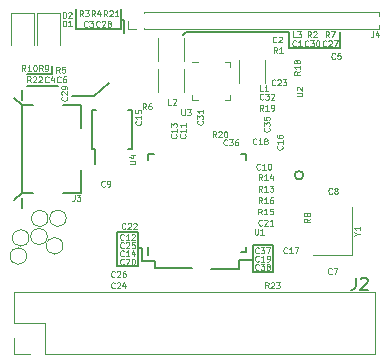
<source format=gbr>
G04 #@! TF.GenerationSoftware,KiCad,Pcbnew,5.1.5+dfsg1-2+b1*
G04 #@! TF.CreationDate,2020-05-20T20:10:31+09:00*
G04 #@! TF.ProjectId,breadbee,62726561-6462-4656-952e-6b696361645f,rev?*
G04 #@! TF.SameCoordinates,Original*
G04 #@! TF.FileFunction,Legend,Top*
G04 #@! TF.FilePolarity,Positive*
%FSLAX46Y46*%
G04 Gerber Fmt 4.6, Leading zero omitted, Abs format (unit mm)*
G04 Created by KiCad (PCBNEW 5.1.5+dfsg1-2+b1) date 2020-05-20 20:10:31*
%MOMM*%
%LPD*%
G04 APERTURE LIST*
%ADD10C,0.150000*%
%ADD11C,0.120000*%
%ADD12C,0.125000*%
G04 APERTURE END LIST*
D10*
X139638500Y-97074500D02*
X142750000Y-97074500D01*
X139638500Y-96503000D02*
X139638500Y-97074500D01*
X138559000Y-96503000D02*
X139638500Y-96503000D01*
X146750500Y-97138000D02*
X144337500Y-97138000D01*
X146750500Y-96376000D02*
X146750500Y-97138000D01*
X147830000Y-96376000D02*
X146750500Y-96376000D01*
X149608000Y-95169500D02*
X147893500Y-95169500D01*
X149608000Y-97455500D02*
X149608000Y-95169500D01*
X147893500Y-97455500D02*
X149608000Y-97455500D01*
X147893500Y-95169500D02*
X147893500Y-97455500D01*
X147957000Y-95169500D02*
X147893500Y-95169500D01*
X149544500Y-95169500D02*
X147957000Y-95169500D01*
X130939000Y-80628000D02*
X128780000Y-80628000D01*
X130939000Y-80564500D02*
X130939000Y-80628000D01*
X130939000Y-79993000D02*
X130939000Y-80564500D01*
X138559000Y-95423500D02*
X138559000Y-96503000D01*
X138178000Y-95423500D02*
X138559000Y-95423500D01*
X136400000Y-94026500D02*
X138178000Y-94026500D01*
X136400000Y-96947500D02*
X136400000Y-94026500D01*
X138178000Y-96947500D02*
X136400000Y-96947500D01*
X138178000Y-94026500D02*
X138178000Y-96947500D01*
X134495000Y-82533000D02*
X135765000Y-81390000D01*
X134114000Y-82533000D02*
X134495000Y-82533000D01*
X132590000Y-82533000D02*
X134114000Y-82533000D01*
X128780000Y-81644000D02*
X131447000Y-81644000D01*
X137035000Y-76056000D02*
X137035000Y-77199000D01*
X136781000Y-76056000D02*
X137035000Y-76056000D01*
X136781000Y-76818000D02*
X136781000Y-75167000D01*
X132971000Y-76818000D02*
X136781000Y-76818000D01*
X132971000Y-75167000D02*
X132971000Y-76818000D01*
X151005000Y-77072000D02*
X142242000Y-77072000D01*
X155323000Y-78469000D02*
X155323000Y-77072000D01*
X151005000Y-78469000D02*
X155323000Y-78469000D01*
X151005000Y-77072000D02*
X151005000Y-78469000D01*
X142242000Y-77072000D02*
X141988000Y-77326000D01*
X139040000Y-87915000D02*
X139040000Y-87440000D01*
X139040000Y-87440000D02*
X139515000Y-87440000D01*
X147340000Y-87915000D02*
X147340000Y-87440000D01*
X147340000Y-87440000D02*
X146865000Y-87440000D01*
X147340000Y-95265000D02*
X147340000Y-95740000D01*
X147340000Y-95740000D02*
X146865000Y-95740000D01*
X139040000Y-95265000D02*
X139040000Y-95965000D01*
D11*
X158270000Y-104330000D02*
X158270000Y-99130000D01*
X130270000Y-104330000D02*
X158270000Y-104330000D01*
X127670000Y-99130000D02*
X158270000Y-99130000D01*
X130270000Y-104330000D02*
X130270000Y-101730000D01*
X130270000Y-101730000D02*
X127670000Y-101730000D01*
X127670000Y-101730000D02*
X127670000Y-99130000D01*
X129000000Y-104330000D02*
X127670000Y-104330000D01*
X127670000Y-104330000D02*
X127670000Y-103000000D01*
X153030000Y-95940000D02*
X156330000Y-95940000D01*
X156330000Y-95940000D02*
X156330000Y-91940000D01*
X143240000Y-79640000D02*
X142790000Y-79640000D01*
X146010000Y-82860000D02*
X146010000Y-82410000D01*
X145560000Y-82860000D02*
X146010000Y-82860000D01*
X142790000Y-82860000D02*
X142790000Y-82410000D01*
X143240000Y-82860000D02*
X142790000Y-82860000D01*
X146010000Y-79640000D02*
X146010000Y-80090000D01*
X145560000Y-79640000D02*
X146010000Y-79640000D01*
D10*
X128350000Y-83300000D02*
X128350000Y-90700000D01*
X133350000Y-85200000D02*
X133350000Y-83300000D01*
X128350000Y-90700000D02*
X127700000Y-91300000D01*
X128350000Y-83300000D02*
X127700000Y-82700000D01*
X133350000Y-88800000D02*
X133350000Y-90700000D01*
X133350000Y-90700000D02*
X131800000Y-90700000D01*
X133350000Y-83300000D02*
X131800000Y-83300000D01*
X128350000Y-90700000D02*
X129250000Y-90700000D01*
X128350000Y-83300000D02*
X129250000Y-83300000D01*
X128350000Y-91150000D02*
X128350000Y-92000000D01*
X128350000Y-82850000D02*
X128350000Y-82000000D01*
X152169210Y-89225000D02*
G75*
G03X152169210Y-89225000I-359210J0D01*
G01*
D11*
X158550000Y-76835000D02*
X158550000Y-76534493D01*
X158550000Y-75745507D02*
X158550000Y-75445000D01*
X138675000Y-76835000D02*
X158550000Y-76835000D01*
X138675000Y-75445000D02*
X158550000Y-75445000D01*
X138675000Y-76835000D02*
X138675000Y-76748276D01*
X138675000Y-75531724D02*
X138675000Y-75445000D01*
X137990000Y-76835000D02*
X137305000Y-76835000D01*
X137305000Y-76835000D02*
X137305000Y-76140000D01*
X132100000Y-92870000D02*
G75*
G03X132100000Y-92870000I-700000J0D01*
G01*
X128740000Y-96070000D02*
G75*
G03X128740000Y-96070000I-700000J0D01*
G01*
X130560000Y-92880000D02*
G75*
G03X130560000Y-92880000I-700000J0D01*
G01*
X131820000Y-95200000D02*
G75*
G03X131820000Y-95200000I-700000J0D01*
G01*
X130500000Y-94420000D02*
G75*
G03X130500000Y-94420000I-700000J0D01*
G01*
X128950000Y-94530000D02*
G75*
G03X128950000Y-94530000I-700000J0D01*
G01*
X129640000Y-75515000D02*
X129640000Y-78200000D01*
X131560000Y-75515000D02*
X129640000Y-75515000D01*
X131560000Y-78200000D02*
X131560000Y-75515000D01*
X129360000Y-78200000D02*
X129360000Y-75515000D01*
X129360000Y-75515000D02*
X127440000Y-75515000D01*
X127440000Y-75515000D02*
X127440000Y-78200000D01*
X148890000Y-79450000D02*
X148890000Y-81450000D01*
X146690000Y-79450000D02*
X146690000Y-81450000D01*
X142100000Y-82200000D02*
X142100000Y-80200000D01*
X139900000Y-82200000D02*
X139900000Y-80200000D01*
X142090000Y-77590000D02*
X142090000Y-79590000D01*
X139890000Y-77590000D02*
X139890000Y-79590000D01*
D10*
X134285000Y-87025000D02*
X134510000Y-87025000D01*
X134285000Y-83675000D02*
X134585000Y-83675000D01*
X137635000Y-83675000D02*
X137335000Y-83675000D01*
X137635000Y-87025000D02*
X137335000Y-87025000D01*
X134285000Y-87025000D02*
X134285000Y-83675000D01*
X137635000Y-87025000D02*
X137635000Y-83675000D01*
X134510000Y-87025000D02*
X134510000Y-88250000D01*
D12*
X148049047Y-93752690D02*
X148049047Y-94157452D01*
X148072857Y-94205071D01*
X148096666Y-94228880D01*
X148144285Y-94252690D01*
X148239523Y-94252690D01*
X148287142Y-94228880D01*
X148310952Y-94205071D01*
X148334761Y-94157452D01*
X148334761Y-93752690D01*
X148834761Y-94252690D02*
X148549047Y-94252690D01*
X148691904Y-94252690D02*
X148691904Y-93752690D01*
X148644285Y-93824119D01*
X148596666Y-93871738D01*
X148549047Y-93895547D01*
D10*
X156616666Y-97902380D02*
X156616666Y-98616666D01*
X156569047Y-98759523D01*
X156473809Y-98854761D01*
X156330952Y-98902380D01*
X156235714Y-98902380D01*
X157045238Y-97997619D02*
X157092857Y-97950000D01*
X157188095Y-97902380D01*
X157426190Y-97902380D01*
X157521428Y-97950000D01*
X157569047Y-97997619D01*
X157616666Y-98092857D01*
X157616666Y-98188095D01*
X157569047Y-98330952D01*
X156997619Y-98902380D01*
X157616666Y-98902380D01*
D12*
X156738095Y-94178095D02*
X156976190Y-94178095D01*
X156476190Y-94344761D02*
X156738095Y-94178095D01*
X156476190Y-94011428D01*
X156976190Y-93582857D02*
X156976190Y-93868571D01*
X156976190Y-93725714D02*
X156476190Y-93725714D01*
X156547619Y-93773333D01*
X156595238Y-93820952D01*
X156619047Y-93868571D01*
X148397571Y-97189571D02*
X148373761Y-97213380D01*
X148302333Y-97237190D01*
X148254714Y-97237190D01*
X148183285Y-97213380D01*
X148135666Y-97165761D01*
X148111857Y-97118142D01*
X148088047Y-97022904D01*
X148088047Y-96951476D01*
X148111857Y-96856238D01*
X148135666Y-96808619D01*
X148183285Y-96761000D01*
X148254714Y-96737190D01*
X148302333Y-96737190D01*
X148373761Y-96761000D01*
X148397571Y-96784809D01*
X148564238Y-96737190D02*
X148873761Y-96737190D01*
X148707095Y-96927666D01*
X148778523Y-96927666D01*
X148826142Y-96951476D01*
X148849952Y-96975285D01*
X148873761Y-97022904D01*
X148873761Y-97141952D01*
X148849952Y-97189571D01*
X148826142Y-97213380D01*
X148778523Y-97237190D01*
X148635666Y-97237190D01*
X148588047Y-97213380D01*
X148564238Y-97189571D01*
X149159476Y-96951476D02*
X149111857Y-96927666D01*
X149088047Y-96903857D01*
X149064238Y-96856238D01*
X149064238Y-96832428D01*
X149088047Y-96784809D01*
X149111857Y-96761000D01*
X149159476Y-96737190D01*
X149254714Y-96737190D01*
X149302333Y-96761000D01*
X149326142Y-96784809D01*
X149349952Y-96832428D01*
X149349952Y-96856238D01*
X149326142Y-96903857D01*
X149302333Y-96927666D01*
X149254714Y-96951476D01*
X149159476Y-96951476D01*
X149111857Y-96975285D01*
X149088047Y-96999095D01*
X149064238Y-97046714D01*
X149064238Y-97141952D01*
X149088047Y-97189571D01*
X149111857Y-97213380D01*
X149159476Y-97237190D01*
X149254714Y-97237190D01*
X149302333Y-97213380D01*
X149326142Y-97189571D01*
X149349952Y-97141952D01*
X149349952Y-97046714D01*
X149326142Y-96999095D01*
X149302333Y-96975285D01*
X149254714Y-96951476D01*
X149228571Y-98796190D02*
X149061904Y-98558095D01*
X148942857Y-98796190D02*
X148942857Y-98296190D01*
X149133333Y-98296190D01*
X149180952Y-98320000D01*
X149204761Y-98343809D01*
X149228571Y-98391428D01*
X149228571Y-98462857D01*
X149204761Y-98510476D01*
X149180952Y-98534285D01*
X149133333Y-98558095D01*
X148942857Y-98558095D01*
X149419047Y-98343809D02*
X149442857Y-98320000D01*
X149490476Y-98296190D01*
X149609523Y-98296190D01*
X149657142Y-98320000D01*
X149680952Y-98343809D01*
X149704761Y-98391428D01*
X149704761Y-98439047D01*
X149680952Y-98510476D01*
X149395238Y-98796190D01*
X149704761Y-98796190D01*
X149871428Y-98296190D02*
X150180952Y-98296190D01*
X150014285Y-98486666D01*
X150085714Y-98486666D01*
X150133333Y-98510476D01*
X150157142Y-98534285D01*
X150180952Y-98581904D01*
X150180952Y-98700952D01*
X150157142Y-98748571D01*
X150133333Y-98772380D01*
X150085714Y-98796190D01*
X149942857Y-98796190D01*
X149895238Y-98772380D01*
X149871428Y-98748571D01*
X148397571Y-95792571D02*
X148373761Y-95816380D01*
X148302333Y-95840190D01*
X148254714Y-95840190D01*
X148183285Y-95816380D01*
X148135666Y-95768761D01*
X148111857Y-95721142D01*
X148088047Y-95625904D01*
X148088047Y-95554476D01*
X148111857Y-95459238D01*
X148135666Y-95411619D01*
X148183285Y-95364000D01*
X148254714Y-95340190D01*
X148302333Y-95340190D01*
X148373761Y-95364000D01*
X148397571Y-95387809D01*
X148564238Y-95340190D02*
X148873761Y-95340190D01*
X148707095Y-95530666D01*
X148778523Y-95530666D01*
X148826142Y-95554476D01*
X148849952Y-95578285D01*
X148873761Y-95625904D01*
X148873761Y-95744952D01*
X148849952Y-95792571D01*
X148826142Y-95816380D01*
X148778523Y-95840190D01*
X148635666Y-95840190D01*
X148588047Y-95816380D01*
X148564238Y-95792571D01*
X149040428Y-95340190D02*
X149373761Y-95340190D01*
X149159476Y-95840190D01*
X141861047Y-83656190D02*
X141861047Y-84060952D01*
X141884857Y-84108571D01*
X141908666Y-84132380D01*
X141956285Y-84156190D01*
X142051523Y-84156190D01*
X142099142Y-84132380D01*
X142122952Y-84108571D01*
X142146761Y-84060952D01*
X142146761Y-83656190D01*
X142337238Y-83656190D02*
X142646761Y-83656190D01*
X142480095Y-83846666D01*
X142551523Y-83846666D01*
X142599142Y-83870476D01*
X142622952Y-83894285D01*
X142646761Y-83941904D01*
X142646761Y-84060952D01*
X142622952Y-84108571D01*
X142599142Y-84132380D01*
X142551523Y-84156190D01*
X142408666Y-84156190D01*
X142361047Y-84132380D01*
X142337238Y-84108571D01*
X129093571Y-81362190D02*
X128926904Y-81124095D01*
X128807857Y-81362190D02*
X128807857Y-80862190D01*
X128998333Y-80862190D01*
X129045952Y-80886000D01*
X129069761Y-80909809D01*
X129093571Y-80957428D01*
X129093571Y-81028857D01*
X129069761Y-81076476D01*
X129045952Y-81100285D01*
X128998333Y-81124095D01*
X128807857Y-81124095D01*
X129284047Y-80909809D02*
X129307857Y-80886000D01*
X129355476Y-80862190D01*
X129474523Y-80862190D01*
X129522142Y-80886000D01*
X129545952Y-80909809D01*
X129569761Y-80957428D01*
X129569761Y-81005047D01*
X129545952Y-81076476D01*
X129260238Y-81362190D01*
X129569761Y-81362190D01*
X129760238Y-80909809D02*
X129784047Y-80886000D01*
X129831666Y-80862190D01*
X129950714Y-80862190D01*
X129998333Y-80886000D01*
X130022142Y-80909809D01*
X130045952Y-80957428D01*
X130045952Y-81005047D01*
X130022142Y-81076476D01*
X129736428Y-81362190D01*
X130045952Y-81362190D01*
X135570571Y-75774190D02*
X135403904Y-75536095D01*
X135284857Y-75774190D02*
X135284857Y-75274190D01*
X135475333Y-75274190D01*
X135522952Y-75298000D01*
X135546761Y-75321809D01*
X135570571Y-75369428D01*
X135570571Y-75440857D01*
X135546761Y-75488476D01*
X135522952Y-75512285D01*
X135475333Y-75536095D01*
X135284857Y-75536095D01*
X135761047Y-75321809D02*
X135784857Y-75298000D01*
X135832476Y-75274190D01*
X135951523Y-75274190D01*
X135999142Y-75298000D01*
X136022952Y-75321809D01*
X136046761Y-75369428D01*
X136046761Y-75417047D01*
X136022952Y-75488476D01*
X135737238Y-75774190D01*
X136046761Y-75774190D01*
X136522952Y-75774190D02*
X136237238Y-75774190D01*
X136380095Y-75774190D02*
X136380095Y-75274190D01*
X136332476Y-75345619D01*
X136284857Y-75393238D01*
X136237238Y-75417047D01*
X144788571Y-86006190D02*
X144621904Y-85768095D01*
X144502857Y-86006190D02*
X144502857Y-85506190D01*
X144693333Y-85506190D01*
X144740952Y-85530000D01*
X144764761Y-85553809D01*
X144788571Y-85601428D01*
X144788571Y-85672857D01*
X144764761Y-85720476D01*
X144740952Y-85744285D01*
X144693333Y-85768095D01*
X144502857Y-85768095D01*
X144979047Y-85553809D02*
X145002857Y-85530000D01*
X145050476Y-85506190D01*
X145169523Y-85506190D01*
X145217142Y-85530000D01*
X145240952Y-85553809D01*
X145264761Y-85601428D01*
X145264761Y-85649047D01*
X145240952Y-85720476D01*
X144955238Y-86006190D01*
X145264761Y-86006190D01*
X145574285Y-85506190D02*
X145621904Y-85506190D01*
X145669523Y-85530000D01*
X145693333Y-85553809D01*
X145717142Y-85601428D01*
X145740952Y-85696666D01*
X145740952Y-85815714D01*
X145717142Y-85910952D01*
X145693333Y-85958571D01*
X145669523Y-85982380D01*
X145621904Y-86006190D01*
X145574285Y-86006190D01*
X145526666Y-85982380D01*
X145502857Y-85958571D01*
X145479047Y-85910952D01*
X145455238Y-85815714D01*
X145455238Y-85696666D01*
X145479047Y-85601428D01*
X145502857Y-85553809D01*
X145526666Y-85530000D01*
X145574285Y-85506190D01*
X148778571Y-83756190D02*
X148611904Y-83518095D01*
X148492857Y-83756190D02*
X148492857Y-83256190D01*
X148683333Y-83256190D01*
X148730952Y-83280000D01*
X148754761Y-83303809D01*
X148778571Y-83351428D01*
X148778571Y-83422857D01*
X148754761Y-83470476D01*
X148730952Y-83494285D01*
X148683333Y-83518095D01*
X148492857Y-83518095D01*
X149254761Y-83756190D02*
X148969047Y-83756190D01*
X149111904Y-83756190D02*
X149111904Y-83256190D01*
X149064285Y-83327619D01*
X149016666Y-83375238D01*
X148969047Y-83399047D01*
X149492857Y-83756190D02*
X149588095Y-83756190D01*
X149635714Y-83732380D01*
X149659523Y-83708571D01*
X149707142Y-83637142D01*
X149730952Y-83541904D01*
X149730952Y-83351428D01*
X149707142Y-83303809D01*
X149683333Y-83280000D01*
X149635714Y-83256190D01*
X149540476Y-83256190D01*
X149492857Y-83280000D01*
X149469047Y-83303809D01*
X149445238Y-83351428D01*
X149445238Y-83470476D01*
X149469047Y-83518095D01*
X149492857Y-83541904D01*
X149540476Y-83565714D01*
X149635714Y-83565714D01*
X149683333Y-83541904D01*
X149707142Y-83518095D01*
X149730952Y-83470476D01*
X151886190Y-80421428D02*
X151648095Y-80588095D01*
X151886190Y-80707142D02*
X151386190Y-80707142D01*
X151386190Y-80516666D01*
X151410000Y-80469047D01*
X151433809Y-80445238D01*
X151481428Y-80421428D01*
X151552857Y-80421428D01*
X151600476Y-80445238D01*
X151624285Y-80469047D01*
X151648095Y-80516666D01*
X151648095Y-80707142D01*
X151886190Y-79945238D02*
X151886190Y-80230952D01*
X151886190Y-80088095D02*
X151386190Y-80088095D01*
X151457619Y-80135714D01*
X151505238Y-80183333D01*
X151529047Y-80230952D01*
X151600476Y-79659523D02*
X151576666Y-79707142D01*
X151552857Y-79730952D01*
X151505238Y-79754761D01*
X151481428Y-79754761D01*
X151433809Y-79730952D01*
X151410000Y-79707142D01*
X151386190Y-79659523D01*
X151386190Y-79564285D01*
X151410000Y-79516666D01*
X151433809Y-79492857D01*
X151481428Y-79469047D01*
X151505238Y-79469047D01*
X151552857Y-79492857D01*
X151576666Y-79516666D01*
X151600476Y-79564285D01*
X151600476Y-79659523D01*
X151624285Y-79707142D01*
X151648095Y-79730952D01*
X151695714Y-79754761D01*
X151790952Y-79754761D01*
X151838571Y-79730952D01*
X151862380Y-79707142D01*
X151886190Y-79659523D01*
X151886190Y-79564285D01*
X151862380Y-79516666D01*
X151838571Y-79492857D01*
X151790952Y-79469047D01*
X151695714Y-79469047D01*
X151648095Y-79492857D01*
X151624285Y-79516666D01*
X151600476Y-79564285D01*
D10*
D12*
X145718571Y-86638571D02*
X145694761Y-86662380D01*
X145623333Y-86686190D01*
X145575714Y-86686190D01*
X145504285Y-86662380D01*
X145456666Y-86614761D01*
X145432857Y-86567142D01*
X145409047Y-86471904D01*
X145409047Y-86400476D01*
X145432857Y-86305238D01*
X145456666Y-86257619D01*
X145504285Y-86210000D01*
X145575714Y-86186190D01*
X145623333Y-86186190D01*
X145694761Y-86210000D01*
X145718571Y-86233809D01*
X145885238Y-86186190D02*
X146194761Y-86186190D01*
X146028095Y-86376666D01*
X146099523Y-86376666D01*
X146147142Y-86400476D01*
X146170952Y-86424285D01*
X146194761Y-86471904D01*
X146194761Y-86590952D01*
X146170952Y-86638571D01*
X146147142Y-86662380D01*
X146099523Y-86686190D01*
X145956666Y-86686190D01*
X145909047Y-86662380D01*
X145885238Y-86638571D01*
X146623333Y-86186190D02*
X146528095Y-86186190D01*
X146480476Y-86210000D01*
X146456666Y-86233809D01*
X146409047Y-86305238D01*
X146385238Y-86400476D01*
X146385238Y-86590952D01*
X146409047Y-86638571D01*
X146432857Y-86662380D01*
X146480476Y-86686190D01*
X146575714Y-86686190D01*
X146623333Y-86662380D01*
X146647142Y-86638571D01*
X146670952Y-86590952D01*
X146670952Y-86471904D01*
X146647142Y-86424285D01*
X146623333Y-86400476D01*
X146575714Y-86376666D01*
X146480476Y-86376666D01*
X146432857Y-86400476D01*
X146409047Y-86424285D01*
X146385238Y-86471904D01*
X149288571Y-85231428D02*
X149312380Y-85255238D01*
X149336190Y-85326666D01*
X149336190Y-85374285D01*
X149312380Y-85445714D01*
X149264761Y-85493333D01*
X149217142Y-85517142D01*
X149121904Y-85540952D01*
X149050476Y-85540952D01*
X148955238Y-85517142D01*
X148907619Y-85493333D01*
X148860000Y-85445714D01*
X148836190Y-85374285D01*
X148836190Y-85326666D01*
X148860000Y-85255238D01*
X148883809Y-85231428D01*
X148836190Y-85064761D02*
X148836190Y-84755238D01*
X149026666Y-84921904D01*
X149026666Y-84850476D01*
X149050476Y-84802857D01*
X149074285Y-84779047D01*
X149121904Y-84755238D01*
X149240952Y-84755238D01*
X149288571Y-84779047D01*
X149312380Y-84802857D01*
X149336190Y-84850476D01*
X149336190Y-84993333D01*
X149312380Y-85040952D01*
X149288571Y-85064761D01*
X148836190Y-84302857D02*
X148836190Y-84540952D01*
X149074285Y-84564761D01*
X149050476Y-84540952D01*
X149026666Y-84493333D01*
X149026666Y-84374285D01*
X149050476Y-84326666D01*
X149074285Y-84302857D01*
X149121904Y-84279047D01*
X149240952Y-84279047D01*
X149288571Y-84302857D01*
X149312380Y-84326666D01*
X149336190Y-84374285D01*
X149336190Y-84493333D01*
X149312380Y-84540952D01*
X149288571Y-84564761D01*
X148683571Y-90603840D02*
X148516904Y-90365745D01*
X148397857Y-90603840D02*
X148397857Y-90103840D01*
X148588333Y-90103840D01*
X148635952Y-90127650D01*
X148659761Y-90151459D01*
X148683571Y-90199078D01*
X148683571Y-90270507D01*
X148659761Y-90318126D01*
X148635952Y-90341935D01*
X148588333Y-90365745D01*
X148397857Y-90365745D01*
X149159761Y-90603840D02*
X148874047Y-90603840D01*
X149016904Y-90603840D02*
X149016904Y-90103840D01*
X148969285Y-90175269D01*
X148921666Y-90222888D01*
X148874047Y-90246697D01*
X149326428Y-90103840D02*
X149635952Y-90103840D01*
X149469285Y-90294316D01*
X149540714Y-90294316D01*
X149588333Y-90318126D01*
X149612142Y-90341935D01*
X149635952Y-90389554D01*
X149635952Y-90508602D01*
X149612142Y-90556221D01*
X149588333Y-90580030D01*
X149540714Y-90603840D01*
X149397857Y-90603840D01*
X149350238Y-90580030D01*
X149326428Y-90556221D01*
X148668571Y-89626190D02*
X148501904Y-89388095D01*
X148382857Y-89626190D02*
X148382857Y-89126190D01*
X148573333Y-89126190D01*
X148620952Y-89150000D01*
X148644761Y-89173809D01*
X148668571Y-89221428D01*
X148668571Y-89292857D01*
X148644761Y-89340476D01*
X148620952Y-89364285D01*
X148573333Y-89388095D01*
X148382857Y-89388095D01*
X149144761Y-89626190D02*
X148859047Y-89626190D01*
X149001904Y-89626190D02*
X149001904Y-89126190D01*
X148954285Y-89197619D01*
X148906666Y-89245238D01*
X148859047Y-89269047D01*
X149573333Y-89292857D02*
X149573333Y-89626190D01*
X149454285Y-89102380D02*
X149335238Y-89459523D01*
X149644761Y-89459523D01*
X148658571Y-92546190D02*
X148491904Y-92308095D01*
X148372857Y-92546190D02*
X148372857Y-92046190D01*
X148563333Y-92046190D01*
X148610952Y-92070000D01*
X148634761Y-92093809D01*
X148658571Y-92141428D01*
X148658571Y-92212857D01*
X148634761Y-92260476D01*
X148610952Y-92284285D01*
X148563333Y-92308095D01*
X148372857Y-92308095D01*
X149134761Y-92546190D02*
X148849047Y-92546190D01*
X148991904Y-92546190D02*
X148991904Y-92046190D01*
X148944285Y-92117619D01*
X148896666Y-92165238D01*
X148849047Y-92189047D01*
X149587142Y-92046190D02*
X149349047Y-92046190D01*
X149325238Y-92284285D01*
X149349047Y-92260476D01*
X149396666Y-92236666D01*
X149515714Y-92236666D01*
X149563333Y-92260476D01*
X149587142Y-92284285D01*
X149610952Y-92331904D01*
X149610952Y-92450952D01*
X149587142Y-92498571D01*
X149563333Y-92522380D01*
X149515714Y-92546190D01*
X149396666Y-92546190D01*
X149349047Y-92522380D01*
X149325238Y-92498571D01*
X148668571Y-91596190D02*
X148501904Y-91358095D01*
X148382857Y-91596190D02*
X148382857Y-91096190D01*
X148573333Y-91096190D01*
X148620952Y-91120000D01*
X148644761Y-91143809D01*
X148668571Y-91191428D01*
X148668571Y-91262857D01*
X148644761Y-91310476D01*
X148620952Y-91334285D01*
X148573333Y-91358095D01*
X148382857Y-91358095D01*
X149144761Y-91596190D02*
X148859047Y-91596190D01*
X149001904Y-91596190D02*
X149001904Y-91096190D01*
X148954285Y-91167619D01*
X148906666Y-91215238D01*
X148859047Y-91239047D01*
X149573333Y-91096190D02*
X149478095Y-91096190D01*
X149430476Y-91120000D01*
X149406666Y-91143809D01*
X149359047Y-91215238D01*
X149335238Y-91310476D01*
X149335238Y-91500952D01*
X149359047Y-91548571D01*
X149382857Y-91572380D01*
X149430476Y-91596190D01*
X149525714Y-91596190D01*
X149573333Y-91572380D01*
X149597142Y-91548571D01*
X149620952Y-91500952D01*
X149620952Y-91381904D01*
X149597142Y-91334285D01*
X149573333Y-91310476D01*
X149525714Y-91286666D01*
X149430476Y-91286666D01*
X149382857Y-91310476D01*
X149359047Y-91334285D01*
X149335238Y-91381904D01*
X148778571Y-82768571D02*
X148754761Y-82792380D01*
X148683333Y-82816190D01*
X148635714Y-82816190D01*
X148564285Y-82792380D01*
X148516666Y-82744761D01*
X148492857Y-82697142D01*
X148469047Y-82601904D01*
X148469047Y-82530476D01*
X148492857Y-82435238D01*
X148516666Y-82387619D01*
X148564285Y-82340000D01*
X148635714Y-82316190D01*
X148683333Y-82316190D01*
X148754761Y-82340000D01*
X148778571Y-82363809D01*
X148945238Y-82316190D02*
X149254761Y-82316190D01*
X149088095Y-82506666D01*
X149159523Y-82506666D01*
X149207142Y-82530476D01*
X149230952Y-82554285D01*
X149254761Y-82601904D01*
X149254761Y-82720952D01*
X149230952Y-82768571D01*
X149207142Y-82792380D01*
X149159523Y-82816190D01*
X149016666Y-82816190D01*
X148969047Y-82792380D01*
X148945238Y-82768571D01*
X149445238Y-82363809D02*
X149469047Y-82340000D01*
X149516666Y-82316190D01*
X149635714Y-82316190D01*
X149683333Y-82340000D01*
X149707142Y-82363809D01*
X149730952Y-82411428D01*
X149730952Y-82459047D01*
X149707142Y-82530476D01*
X149421428Y-82816190D01*
X149730952Y-82816190D01*
X143638571Y-84621428D02*
X143662380Y-84645238D01*
X143686190Y-84716666D01*
X143686190Y-84764285D01*
X143662380Y-84835714D01*
X143614761Y-84883333D01*
X143567142Y-84907142D01*
X143471904Y-84930952D01*
X143400476Y-84930952D01*
X143305238Y-84907142D01*
X143257619Y-84883333D01*
X143210000Y-84835714D01*
X143186190Y-84764285D01*
X143186190Y-84716666D01*
X143210000Y-84645238D01*
X143233809Y-84621428D01*
X143186190Y-84454761D02*
X143186190Y-84145238D01*
X143376666Y-84311904D01*
X143376666Y-84240476D01*
X143400476Y-84192857D01*
X143424285Y-84169047D01*
X143471904Y-84145238D01*
X143590952Y-84145238D01*
X143638571Y-84169047D01*
X143662380Y-84192857D01*
X143686190Y-84240476D01*
X143686190Y-84383333D01*
X143662380Y-84430952D01*
X143638571Y-84454761D01*
X143686190Y-83669047D02*
X143686190Y-83954761D01*
X143686190Y-83811904D02*
X143186190Y-83811904D01*
X143257619Y-83859523D01*
X143305238Y-83907142D01*
X143329047Y-83954761D01*
X149794571Y-81568571D02*
X149770761Y-81592380D01*
X149699333Y-81616190D01*
X149651714Y-81616190D01*
X149580285Y-81592380D01*
X149532666Y-81544761D01*
X149508857Y-81497142D01*
X149485047Y-81401904D01*
X149485047Y-81330476D01*
X149508857Y-81235238D01*
X149532666Y-81187619D01*
X149580285Y-81140000D01*
X149651714Y-81116190D01*
X149699333Y-81116190D01*
X149770761Y-81140000D01*
X149794571Y-81163809D01*
X149985047Y-81163809D02*
X150008857Y-81140000D01*
X150056476Y-81116190D01*
X150175523Y-81116190D01*
X150223142Y-81140000D01*
X150246952Y-81163809D01*
X150270761Y-81211428D01*
X150270761Y-81259047D01*
X150246952Y-81330476D01*
X149961238Y-81616190D01*
X150270761Y-81616190D01*
X150437428Y-81116190D02*
X150746952Y-81116190D01*
X150580285Y-81306666D01*
X150651714Y-81306666D01*
X150699333Y-81330476D01*
X150723142Y-81354285D01*
X150746952Y-81401904D01*
X150746952Y-81520952D01*
X150723142Y-81568571D01*
X150699333Y-81592380D01*
X150651714Y-81616190D01*
X150508857Y-81616190D01*
X150461238Y-81592380D01*
X150437428Y-81568571D01*
X154112571Y-78266571D02*
X154088761Y-78290380D01*
X154017333Y-78314190D01*
X153969714Y-78314190D01*
X153898285Y-78290380D01*
X153850666Y-78242761D01*
X153826857Y-78195142D01*
X153803047Y-78099904D01*
X153803047Y-78028476D01*
X153826857Y-77933238D01*
X153850666Y-77885619D01*
X153898285Y-77838000D01*
X153969714Y-77814190D01*
X154017333Y-77814190D01*
X154088761Y-77838000D01*
X154112571Y-77861809D01*
X154303047Y-77861809D02*
X154326857Y-77838000D01*
X154374476Y-77814190D01*
X154493523Y-77814190D01*
X154541142Y-77838000D01*
X154564952Y-77861809D01*
X154588761Y-77909428D01*
X154588761Y-77957047D01*
X154564952Y-78028476D01*
X154279238Y-78314190D01*
X154588761Y-78314190D01*
X154755428Y-77814190D02*
X155088761Y-77814190D01*
X154874476Y-78314190D01*
X134935571Y-76615571D02*
X134911761Y-76639380D01*
X134840333Y-76663190D01*
X134792714Y-76663190D01*
X134721285Y-76639380D01*
X134673666Y-76591761D01*
X134649857Y-76544142D01*
X134626047Y-76448904D01*
X134626047Y-76377476D01*
X134649857Y-76282238D01*
X134673666Y-76234619D01*
X134721285Y-76187000D01*
X134792714Y-76163190D01*
X134840333Y-76163190D01*
X134911761Y-76187000D01*
X134935571Y-76210809D01*
X135126047Y-76210809D02*
X135149857Y-76187000D01*
X135197476Y-76163190D01*
X135316523Y-76163190D01*
X135364142Y-76187000D01*
X135387952Y-76210809D01*
X135411761Y-76258428D01*
X135411761Y-76306047D01*
X135387952Y-76377476D01*
X135102238Y-76663190D01*
X135411761Y-76663190D01*
X135697476Y-76377476D02*
X135649857Y-76353666D01*
X135626047Y-76329857D01*
X135602238Y-76282238D01*
X135602238Y-76258428D01*
X135626047Y-76210809D01*
X135649857Y-76187000D01*
X135697476Y-76163190D01*
X135792714Y-76163190D01*
X135840333Y-76187000D01*
X135864142Y-76210809D01*
X135887952Y-76258428D01*
X135887952Y-76282238D01*
X135864142Y-76329857D01*
X135840333Y-76353666D01*
X135792714Y-76377476D01*
X135697476Y-76377476D01*
X135649857Y-76401285D01*
X135626047Y-76425095D01*
X135602238Y-76472714D01*
X135602238Y-76567952D01*
X135626047Y-76615571D01*
X135649857Y-76639380D01*
X135697476Y-76663190D01*
X135792714Y-76663190D01*
X135840333Y-76639380D01*
X135864142Y-76615571D01*
X135887952Y-76567952D01*
X135887952Y-76472714D01*
X135864142Y-76425095D01*
X135840333Y-76401285D01*
X135792714Y-76377476D01*
X132133571Y-82600428D02*
X132157380Y-82624238D01*
X132181190Y-82695666D01*
X132181190Y-82743285D01*
X132157380Y-82814714D01*
X132109761Y-82862333D01*
X132062142Y-82886142D01*
X131966904Y-82909952D01*
X131895476Y-82909952D01*
X131800238Y-82886142D01*
X131752619Y-82862333D01*
X131705000Y-82814714D01*
X131681190Y-82743285D01*
X131681190Y-82695666D01*
X131705000Y-82624238D01*
X131728809Y-82600428D01*
X131728809Y-82409952D02*
X131705000Y-82386142D01*
X131681190Y-82338523D01*
X131681190Y-82219476D01*
X131705000Y-82171857D01*
X131728809Y-82148047D01*
X131776428Y-82124238D01*
X131824047Y-82124238D01*
X131895476Y-82148047D01*
X132181190Y-82433761D01*
X132181190Y-82124238D01*
X132181190Y-81886142D02*
X132181190Y-81790904D01*
X132157380Y-81743285D01*
X132133571Y-81719476D01*
X132062142Y-81671857D01*
X131966904Y-81648047D01*
X131776428Y-81648047D01*
X131728809Y-81671857D01*
X131705000Y-81695666D01*
X131681190Y-81743285D01*
X131681190Y-81838523D01*
X131705000Y-81886142D01*
X131728809Y-81909952D01*
X131776428Y-81933761D01*
X131895476Y-81933761D01*
X131943095Y-81909952D01*
X131966904Y-81886142D01*
X131990714Y-81838523D01*
X131990714Y-81743285D01*
X131966904Y-81695666D01*
X131943095Y-81671857D01*
X131895476Y-81648047D01*
X152588571Y-78266571D02*
X152564761Y-78290380D01*
X152493333Y-78314190D01*
X152445714Y-78314190D01*
X152374285Y-78290380D01*
X152326666Y-78242761D01*
X152302857Y-78195142D01*
X152279047Y-78099904D01*
X152279047Y-78028476D01*
X152302857Y-77933238D01*
X152326666Y-77885619D01*
X152374285Y-77838000D01*
X152445714Y-77814190D01*
X152493333Y-77814190D01*
X152564761Y-77838000D01*
X152588571Y-77861809D01*
X152755238Y-77814190D02*
X153064761Y-77814190D01*
X152898095Y-78004666D01*
X152969523Y-78004666D01*
X153017142Y-78028476D01*
X153040952Y-78052285D01*
X153064761Y-78099904D01*
X153064761Y-78218952D01*
X153040952Y-78266571D01*
X153017142Y-78290380D01*
X152969523Y-78314190D01*
X152826666Y-78314190D01*
X152779047Y-78290380D01*
X152755238Y-78266571D01*
X153374285Y-77814190D02*
X153421904Y-77814190D01*
X153469523Y-77838000D01*
X153493333Y-77861809D01*
X153517142Y-77909428D01*
X153540952Y-78004666D01*
X153540952Y-78123714D01*
X153517142Y-78218952D01*
X153493333Y-78266571D01*
X153469523Y-78290380D01*
X153421904Y-78314190D01*
X153374285Y-78314190D01*
X153326666Y-78290380D01*
X153302857Y-78266571D01*
X153279047Y-78218952D01*
X153255238Y-78123714D01*
X153255238Y-78004666D01*
X153279047Y-77909428D01*
X153302857Y-77861809D01*
X153326666Y-77838000D01*
X153374285Y-77814190D01*
X142166571Y-85775428D02*
X142190380Y-85799238D01*
X142214190Y-85870666D01*
X142214190Y-85918285D01*
X142190380Y-85989714D01*
X142142761Y-86037333D01*
X142095142Y-86061142D01*
X141999904Y-86084952D01*
X141928476Y-86084952D01*
X141833238Y-86061142D01*
X141785619Y-86037333D01*
X141738000Y-85989714D01*
X141714190Y-85918285D01*
X141714190Y-85870666D01*
X141738000Y-85799238D01*
X141761809Y-85775428D01*
X142214190Y-85299238D02*
X142214190Y-85584952D01*
X142214190Y-85442095D02*
X141714190Y-85442095D01*
X141785619Y-85489714D01*
X141833238Y-85537333D01*
X141857047Y-85584952D01*
X142214190Y-84823047D02*
X142214190Y-85108761D01*
X142214190Y-84965904D02*
X141714190Y-84965904D01*
X141785619Y-85013523D01*
X141833238Y-85061142D01*
X141857047Y-85108761D01*
X132804333Y-90895190D02*
X132804333Y-91252333D01*
X132780523Y-91323761D01*
X132732904Y-91371380D01*
X132661476Y-91395190D01*
X132613857Y-91395190D01*
X132994809Y-90895190D02*
X133304333Y-90895190D01*
X133137666Y-91085666D01*
X133209095Y-91085666D01*
X133256714Y-91109476D01*
X133280523Y-91133285D01*
X133304333Y-91180904D01*
X133304333Y-91299952D01*
X133280523Y-91347571D01*
X133256714Y-91371380D01*
X133209095Y-91395190D01*
X133066238Y-91395190D01*
X133018619Y-91371380D01*
X132994809Y-91347571D01*
X151606190Y-82532952D02*
X152010952Y-82532952D01*
X152058571Y-82509142D01*
X152082380Y-82485333D01*
X152106190Y-82437714D01*
X152106190Y-82342476D01*
X152082380Y-82294857D01*
X152058571Y-82271047D01*
X152010952Y-82247238D01*
X151606190Y-82247238D01*
X151653809Y-82032952D02*
X151630000Y-82009142D01*
X151606190Y-81961523D01*
X151606190Y-81842476D01*
X151630000Y-81794857D01*
X151653809Y-81771047D01*
X151701428Y-81747238D01*
X151749047Y-81747238D01*
X151820476Y-81771047D01*
X152106190Y-82056761D01*
X152106190Y-81747238D01*
X158077333Y-77052190D02*
X158077333Y-77409333D01*
X158053523Y-77480761D01*
X158005904Y-77528380D01*
X157934476Y-77552190D01*
X157886857Y-77552190D01*
X158529714Y-77218857D02*
X158529714Y-77552190D01*
X158410666Y-77028380D02*
X158291619Y-77385523D01*
X158601142Y-77385523D01*
X136208571Y-97798571D02*
X136184761Y-97822380D01*
X136113333Y-97846190D01*
X136065714Y-97846190D01*
X135994285Y-97822380D01*
X135946666Y-97774761D01*
X135922857Y-97727142D01*
X135899047Y-97631904D01*
X135899047Y-97560476D01*
X135922857Y-97465238D01*
X135946666Y-97417619D01*
X135994285Y-97370000D01*
X136065714Y-97346190D01*
X136113333Y-97346190D01*
X136184761Y-97370000D01*
X136208571Y-97393809D01*
X136399047Y-97393809D02*
X136422857Y-97370000D01*
X136470476Y-97346190D01*
X136589523Y-97346190D01*
X136637142Y-97370000D01*
X136660952Y-97393809D01*
X136684761Y-97441428D01*
X136684761Y-97489047D01*
X136660952Y-97560476D01*
X136375238Y-97846190D01*
X136684761Y-97846190D01*
X137113333Y-97346190D02*
X137018095Y-97346190D01*
X136970476Y-97370000D01*
X136946666Y-97393809D01*
X136899047Y-97465238D01*
X136875238Y-97560476D01*
X136875238Y-97750952D01*
X136899047Y-97798571D01*
X136922857Y-97822380D01*
X136970476Y-97846190D01*
X137065714Y-97846190D01*
X137113333Y-97822380D01*
X137137142Y-97798571D01*
X137160952Y-97750952D01*
X137160952Y-97631904D01*
X137137142Y-97584285D01*
X137113333Y-97560476D01*
X137065714Y-97536666D01*
X136970476Y-97536666D01*
X136922857Y-97560476D01*
X136899047Y-97584285D01*
X136875238Y-97631904D01*
X136198571Y-98748571D02*
X136174761Y-98772380D01*
X136103333Y-98796190D01*
X136055714Y-98796190D01*
X135984285Y-98772380D01*
X135936666Y-98724761D01*
X135912857Y-98677142D01*
X135889047Y-98581904D01*
X135889047Y-98510476D01*
X135912857Y-98415238D01*
X135936666Y-98367619D01*
X135984285Y-98320000D01*
X136055714Y-98296190D01*
X136103333Y-98296190D01*
X136174761Y-98320000D01*
X136198571Y-98343809D01*
X136389047Y-98343809D02*
X136412857Y-98320000D01*
X136460476Y-98296190D01*
X136579523Y-98296190D01*
X136627142Y-98320000D01*
X136650952Y-98343809D01*
X136674761Y-98391428D01*
X136674761Y-98439047D01*
X136650952Y-98510476D01*
X136365238Y-98796190D01*
X136674761Y-98796190D01*
X137103333Y-98462857D02*
X137103333Y-98796190D01*
X136984285Y-98272380D02*
X136865238Y-98629523D01*
X137174761Y-98629523D01*
X136967571Y-95348071D02*
X136943761Y-95371880D01*
X136872333Y-95395690D01*
X136824714Y-95395690D01*
X136753285Y-95371880D01*
X136705666Y-95324261D01*
X136681857Y-95276642D01*
X136658047Y-95181404D01*
X136658047Y-95109976D01*
X136681857Y-95014738D01*
X136705666Y-94967119D01*
X136753285Y-94919500D01*
X136824714Y-94895690D01*
X136872333Y-94895690D01*
X136943761Y-94919500D01*
X136967571Y-94943309D01*
X137158047Y-94943309D02*
X137181857Y-94919500D01*
X137229476Y-94895690D01*
X137348523Y-94895690D01*
X137396142Y-94919500D01*
X137419952Y-94943309D01*
X137443761Y-94990928D01*
X137443761Y-95038547D01*
X137419952Y-95109976D01*
X137134238Y-95395690D01*
X137443761Y-95395690D01*
X137896142Y-94895690D02*
X137658047Y-94895690D01*
X137634238Y-95133785D01*
X137658047Y-95109976D01*
X137705666Y-95086166D01*
X137824714Y-95086166D01*
X137872333Y-95109976D01*
X137896142Y-95133785D01*
X137919952Y-95181404D01*
X137919952Y-95300452D01*
X137896142Y-95348071D01*
X137872333Y-95371880D01*
X137824714Y-95395690D01*
X137705666Y-95395690D01*
X137658047Y-95371880D01*
X137634238Y-95348071D01*
X136967571Y-96745071D02*
X136943761Y-96768880D01*
X136872333Y-96792690D01*
X136824714Y-96792690D01*
X136753285Y-96768880D01*
X136705666Y-96721261D01*
X136681857Y-96673642D01*
X136658047Y-96578404D01*
X136658047Y-96506976D01*
X136681857Y-96411738D01*
X136705666Y-96364119D01*
X136753285Y-96316500D01*
X136824714Y-96292690D01*
X136872333Y-96292690D01*
X136943761Y-96316500D01*
X136967571Y-96340309D01*
X137158047Y-96340309D02*
X137181857Y-96316500D01*
X137229476Y-96292690D01*
X137348523Y-96292690D01*
X137396142Y-96316500D01*
X137419952Y-96340309D01*
X137443761Y-96387928D01*
X137443761Y-96435547D01*
X137419952Y-96506976D01*
X137134238Y-96792690D01*
X137443761Y-96792690D01*
X137753285Y-96292690D02*
X137800904Y-96292690D01*
X137848523Y-96316500D01*
X137872333Y-96340309D01*
X137896142Y-96387928D01*
X137919952Y-96483166D01*
X137919952Y-96602214D01*
X137896142Y-96697452D01*
X137872333Y-96745071D01*
X137848523Y-96768880D01*
X137800904Y-96792690D01*
X137753285Y-96792690D01*
X137705666Y-96768880D01*
X137681857Y-96745071D01*
X137658047Y-96697452D01*
X137634238Y-96602214D01*
X137634238Y-96483166D01*
X137658047Y-96387928D01*
X137681857Y-96340309D01*
X137705666Y-96316500D01*
X137753285Y-96292690D01*
X148688571Y-93438571D02*
X148664761Y-93462380D01*
X148593333Y-93486190D01*
X148545714Y-93486190D01*
X148474285Y-93462380D01*
X148426666Y-93414761D01*
X148402857Y-93367142D01*
X148379047Y-93271904D01*
X148379047Y-93200476D01*
X148402857Y-93105238D01*
X148426666Y-93057619D01*
X148474285Y-93010000D01*
X148545714Y-92986190D01*
X148593333Y-92986190D01*
X148664761Y-93010000D01*
X148688571Y-93033809D01*
X148879047Y-93033809D02*
X148902857Y-93010000D01*
X148950476Y-92986190D01*
X149069523Y-92986190D01*
X149117142Y-93010000D01*
X149140952Y-93033809D01*
X149164761Y-93081428D01*
X149164761Y-93129047D01*
X149140952Y-93200476D01*
X148855238Y-93486190D01*
X149164761Y-93486190D01*
X149640952Y-93486190D02*
X149355238Y-93486190D01*
X149498095Y-93486190D02*
X149498095Y-92986190D01*
X149450476Y-93057619D01*
X149402857Y-93105238D01*
X149355238Y-93129047D01*
X137118571Y-93723571D02*
X137094761Y-93747380D01*
X137023333Y-93771190D01*
X136975714Y-93771190D01*
X136904285Y-93747380D01*
X136856666Y-93699761D01*
X136832857Y-93652142D01*
X136809047Y-93556904D01*
X136809047Y-93485476D01*
X136832857Y-93390238D01*
X136856666Y-93342619D01*
X136904285Y-93295000D01*
X136975714Y-93271190D01*
X137023333Y-93271190D01*
X137094761Y-93295000D01*
X137118571Y-93318809D01*
X137309047Y-93318809D02*
X137332857Y-93295000D01*
X137380476Y-93271190D01*
X137499523Y-93271190D01*
X137547142Y-93295000D01*
X137570952Y-93318809D01*
X137594761Y-93366428D01*
X137594761Y-93414047D01*
X137570952Y-93485476D01*
X137285238Y-93771190D01*
X137594761Y-93771190D01*
X137785238Y-93318809D02*
X137809047Y-93295000D01*
X137856666Y-93271190D01*
X137975714Y-93271190D01*
X138023333Y-93295000D01*
X138047142Y-93318809D01*
X138070952Y-93366428D01*
X138070952Y-93414047D01*
X138047142Y-93485476D01*
X137761428Y-93771190D01*
X138070952Y-93771190D01*
X148397571Y-96491071D02*
X148373761Y-96514880D01*
X148302333Y-96538690D01*
X148254714Y-96538690D01*
X148183285Y-96514880D01*
X148135666Y-96467261D01*
X148111857Y-96419642D01*
X148088047Y-96324404D01*
X148088047Y-96252976D01*
X148111857Y-96157738D01*
X148135666Y-96110119D01*
X148183285Y-96062500D01*
X148254714Y-96038690D01*
X148302333Y-96038690D01*
X148373761Y-96062500D01*
X148397571Y-96086309D01*
X148873761Y-96538690D02*
X148588047Y-96538690D01*
X148730904Y-96538690D02*
X148730904Y-96038690D01*
X148683285Y-96110119D01*
X148635666Y-96157738D01*
X148588047Y-96181547D01*
X149111857Y-96538690D02*
X149207095Y-96538690D01*
X149254714Y-96514880D01*
X149278523Y-96491071D01*
X149326142Y-96419642D01*
X149349952Y-96324404D01*
X149349952Y-96133928D01*
X149326142Y-96086309D01*
X149302333Y-96062500D01*
X149254714Y-96038690D01*
X149159476Y-96038690D01*
X149111857Y-96062500D01*
X149088047Y-96086309D01*
X149064238Y-96133928D01*
X149064238Y-96252976D01*
X149088047Y-96300595D01*
X149111857Y-96324404D01*
X149159476Y-96348214D01*
X149254714Y-96348214D01*
X149302333Y-96324404D01*
X149326142Y-96300595D01*
X149349952Y-96252976D01*
X136967571Y-96046571D02*
X136943761Y-96070380D01*
X136872333Y-96094190D01*
X136824714Y-96094190D01*
X136753285Y-96070380D01*
X136705666Y-96022761D01*
X136681857Y-95975142D01*
X136658047Y-95879904D01*
X136658047Y-95808476D01*
X136681857Y-95713238D01*
X136705666Y-95665619D01*
X136753285Y-95618000D01*
X136824714Y-95594190D01*
X136872333Y-95594190D01*
X136943761Y-95618000D01*
X136967571Y-95641809D01*
X137443761Y-96094190D02*
X137158047Y-96094190D01*
X137300904Y-96094190D02*
X137300904Y-95594190D01*
X137253285Y-95665619D01*
X137205666Y-95713238D01*
X137158047Y-95737047D01*
X137872333Y-95760857D02*
X137872333Y-96094190D01*
X137753285Y-95570380D02*
X137634238Y-95927523D01*
X137943761Y-95927523D01*
X138408571Y-84661428D02*
X138432380Y-84685238D01*
X138456190Y-84756666D01*
X138456190Y-84804285D01*
X138432380Y-84875714D01*
X138384761Y-84923333D01*
X138337142Y-84947142D01*
X138241904Y-84970952D01*
X138170476Y-84970952D01*
X138075238Y-84947142D01*
X138027619Y-84923333D01*
X137980000Y-84875714D01*
X137956190Y-84804285D01*
X137956190Y-84756666D01*
X137980000Y-84685238D01*
X138003809Y-84661428D01*
X138456190Y-84185238D02*
X138456190Y-84470952D01*
X138456190Y-84328095D02*
X137956190Y-84328095D01*
X138027619Y-84375714D01*
X138075238Y-84423333D01*
X138099047Y-84470952D01*
X137956190Y-83732857D02*
X137956190Y-83970952D01*
X138194285Y-83994761D01*
X138170476Y-83970952D01*
X138146666Y-83923333D01*
X138146666Y-83804285D01*
X138170476Y-83756666D01*
X138194285Y-83732857D01*
X138241904Y-83709047D01*
X138360952Y-83709047D01*
X138408571Y-83732857D01*
X138432380Y-83756666D01*
X138456190Y-83804285D01*
X138456190Y-83923333D01*
X138432380Y-83970952D01*
X138408571Y-83994761D01*
X150383571Y-86746428D02*
X150407380Y-86770238D01*
X150431190Y-86841666D01*
X150431190Y-86889285D01*
X150407380Y-86960714D01*
X150359761Y-87008333D01*
X150312142Y-87032142D01*
X150216904Y-87055952D01*
X150145476Y-87055952D01*
X150050238Y-87032142D01*
X150002619Y-87008333D01*
X149955000Y-86960714D01*
X149931190Y-86889285D01*
X149931190Y-86841666D01*
X149955000Y-86770238D01*
X149978809Y-86746428D01*
X150431190Y-86270238D02*
X150431190Y-86555952D01*
X150431190Y-86413095D02*
X149931190Y-86413095D01*
X150002619Y-86460714D01*
X150050238Y-86508333D01*
X150074047Y-86555952D01*
X149931190Y-85841666D02*
X149931190Y-85936904D01*
X149955000Y-85984523D01*
X149978809Y-86008333D01*
X150050238Y-86055952D01*
X150145476Y-86079761D01*
X150335952Y-86079761D01*
X150383571Y-86055952D01*
X150407380Y-86032142D01*
X150431190Y-85984523D01*
X150431190Y-85889285D01*
X150407380Y-85841666D01*
X150383571Y-85817857D01*
X150335952Y-85794047D01*
X150216904Y-85794047D01*
X150169285Y-85817857D01*
X150145476Y-85841666D01*
X150121666Y-85889285D01*
X150121666Y-85984523D01*
X150145476Y-86032142D01*
X150169285Y-86055952D01*
X150216904Y-86079761D01*
X150788571Y-95788571D02*
X150764761Y-95812380D01*
X150693333Y-95836190D01*
X150645714Y-95836190D01*
X150574285Y-95812380D01*
X150526666Y-95764761D01*
X150502857Y-95717142D01*
X150479047Y-95621904D01*
X150479047Y-95550476D01*
X150502857Y-95455238D01*
X150526666Y-95407619D01*
X150574285Y-95360000D01*
X150645714Y-95336190D01*
X150693333Y-95336190D01*
X150764761Y-95360000D01*
X150788571Y-95383809D01*
X151264761Y-95836190D02*
X150979047Y-95836190D01*
X151121904Y-95836190D02*
X151121904Y-95336190D01*
X151074285Y-95407619D01*
X151026666Y-95455238D01*
X150979047Y-95479047D01*
X151431428Y-95336190D02*
X151764761Y-95336190D01*
X151550476Y-95836190D01*
X148198571Y-86558571D02*
X148174761Y-86582380D01*
X148103333Y-86606190D01*
X148055714Y-86606190D01*
X147984285Y-86582380D01*
X147936666Y-86534761D01*
X147912857Y-86487142D01*
X147889047Y-86391904D01*
X147889047Y-86320476D01*
X147912857Y-86225238D01*
X147936666Y-86177619D01*
X147984285Y-86130000D01*
X148055714Y-86106190D01*
X148103333Y-86106190D01*
X148174761Y-86130000D01*
X148198571Y-86153809D01*
X148674761Y-86606190D02*
X148389047Y-86606190D01*
X148531904Y-86606190D02*
X148531904Y-86106190D01*
X148484285Y-86177619D01*
X148436666Y-86225238D01*
X148389047Y-86249047D01*
X148960476Y-86320476D02*
X148912857Y-86296666D01*
X148889047Y-86272857D01*
X148865238Y-86225238D01*
X148865238Y-86201428D01*
X148889047Y-86153809D01*
X148912857Y-86130000D01*
X148960476Y-86106190D01*
X149055714Y-86106190D01*
X149103333Y-86130000D01*
X149127142Y-86153809D01*
X149150952Y-86201428D01*
X149150952Y-86225238D01*
X149127142Y-86272857D01*
X149103333Y-86296666D01*
X149055714Y-86320476D01*
X148960476Y-86320476D01*
X148912857Y-86344285D01*
X148889047Y-86368095D01*
X148865238Y-86415714D01*
X148865238Y-86510952D01*
X148889047Y-86558571D01*
X148912857Y-86582380D01*
X148960476Y-86606190D01*
X149055714Y-86606190D01*
X149103333Y-86582380D01*
X149127142Y-86558571D01*
X149150952Y-86510952D01*
X149150952Y-86415714D01*
X149127142Y-86368095D01*
X149103333Y-86344285D01*
X149055714Y-86320476D01*
X141404571Y-85775428D02*
X141428380Y-85799238D01*
X141452190Y-85870666D01*
X141452190Y-85918285D01*
X141428380Y-85989714D01*
X141380761Y-86037333D01*
X141333142Y-86061142D01*
X141237904Y-86084952D01*
X141166476Y-86084952D01*
X141071238Y-86061142D01*
X141023619Y-86037333D01*
X140976000Y-85989714D01*
X140952190Y-85918285D01*
X140952190Y-85870666D01*
X140976000Y-85799238D01*
X140999809Y-85775428D01*
X141452190Y-85299238D02*
X141452190Y-85584952D01*
X141452190Y-85442095D02*
X140952190Y-85442095D01*
X141023619Y-85489714D01*
X141071238Y-85537333D01*
X141095047Y-85584952D01*
X140952190Y-85132571D02*
X140952190Y-84823047D01*
X141142666Y-84989714D01*
X141142666Y-84918285D01*
X141166476Y-84870666D01*
X141190285Y-84846857D01*
X141237904Y-84823047D01*
X141356952Y-84823047D01*
X141404571Y-84846857D01*
X141428380Y-84870666D01*
X141452190Y-84918285D01*
X141452190Y-85061142D01*
X141428380Y-85108761D01*
X141404571Y-85132571D01*
X136967571Y-94649571D02*
X136943761Y-94673380D01*
X136872333Y-94697190D01*
X136824714Y-94697190D01*
X136753285Y-94673380D01*
X136705666Y-94625761D01*
X136681857Y-94578142D01*
X136658047Y-94482904D01*
X136658047Y-94411476D01*
X136681857Y-94316238D01*
X136705666Y-94268619D01*
X136753285Y-94221000D01*
X136824714Y-94197190D01*
X136872333Y-94197190D01*
X136943761Y-94221000D01*
X136967571Y-94244809D01*
X137443761Y-94697190D02*
X137158047Y-94697190D01*
X137300904Y-94697190D02*
X137300904Y-94197190D01*
X137253285Y-94268619D01*
X137205666Y-94316238D01*
X137158047Y-94340047D01*
X137634238Y-94244809D02*
X137658047Y-94221000D01*
X137705666Y-94197190D01*
X137824714Y-94197190D01*
X137872333Y-94221000D01*
X137896142Y-94244809D01*
X137919952Y-94292428D01*
X137919952Y-94340047D01*
X137896142Y-94411476D01*
X137610428Y-94697190D01*
X137919952Y-94697190D01*
X148498571Y-88698571D02*
X148474761Y-88722380D01*
X148403333Y-88746190D01*
X148355714Y-88746190D01*
X148284285Y-88722380D01*
X148236666Y-88674761D01*
X148212857Y-88627142D01*
X148189047Y-88531904D01*
X148189047Y-88460476D01*
X148212857Y-88365238D01*
X148236666Y-88317619D01*
X148284285Y-88270000D01*
X148355714Y-88246190D01*
X148403333Y-88246190D01*
X148474761Y-88270000D01*
X148498571Y-88293809D01*
X148974761Y-88746190D02*
X148689047Y-88746190D01*
X148831904Y-88746190D02*
X148831904Y-88246190D01*
X148784285Y-88317619D01*
X148736666Y-88365238D01*
X148689047Y-88389047D01*
X149284285Y-88246190D02*
X149331904Y-88246190D01*
X149379523Y-88270000D01*
X149403333Y-88293809D01*
X149427142Y-88341428D01*
X149450952Y-88436666D01*
X149450952Y-88555714D01*
X149427142Y-88650952D01*
X149403333Y-88698571D01*
X149379523Y-88722380D01*
X149331904Y-88746190D01*
X149284285Y-88746190D01*
X149236666Y-88722380D01*
X149212857Y-88698571D01*
X149189047Y-88650952D01*
X149165238Y-88555714D01*
X149165238Y-88436666D01*
X149189047Y-88341428D01*
X149212857Y-88293809D01*
X149236666Y-88270000D01*
X149284285Y-88246190D01*
X135366666Y-90138571D02*
X135342857Y-90162380D01*
X135271428Y-90186190D01*
X135223809Y-90186190D01*
X135152380Y-90162380D01*
X135104761Y-90114761D01*
X135080952Y-90067142D01*
X135057142Y-89971904D01*
X135057142Y-89900476D01*
X135080952Y-89805238D01*
X135104761Y-89757619D01*
X135152380Y-89710000D01*
X135223809Y-89686190D01*
X135271428Y-89686190D01*
X135342857Y-89710000D01*
X135366666Y-89733809D01*
X135604761Y-90186190D02*
X135700000Y-90186190D01*
X135747619Y-90162380D01*
X135771428Y-90138571D01*
X135819047Y-90067142D01*
X135842857Y-89971904D01*
X135842857Y-89781428D01*
X135819047Y-89733809D01*
X135795238Y-89710000D01*
X135747619Y-89686190D01*
X135652380Y-89686190D01*
X135604761Y-89710000D01*
X135580952Y-89733809D01*
X135557142Y-89781428D01*
X135557142Y-89900476D01*
X135580952Y-89948095D01*
X135604761Y-89971904D01*
X135652380Y-89995714D01*
X135747619Y-89995714D01*
X135795238Y-89971904D01*
X135819047Y-89948095D01*
X135842857Y-89900476D01*
X131805952Y-76626190D02*
X131805952Y-76126190D01*
X131925000Y-76126190D01*
X131996428Y-76150000D01*
X132044047Y-76197619D01*
X132067857Y-76245238D01*
X132091666Y-76340476D01*
X132091666Y-76411904D01*
X132067857Y-76507142D01*
X132044047Y-76554761D01*
X131996428Y-76602380D01*
X131925000Y-76626190D01*
X131805952Y-76626190D01*
X132567857Y-76626190D02*
X132282142Y-76626190D01*
X132425000Y-76626190D02*
X132425000Y-76126190D01*
X132377380Y-76197619D01*
X132329761Y-76245238D01*
X132282142Y-76269047D01*
X131805952Y-75901190D02*
X131805952Y-75401190D01*
X131925000Y-75401190D01*
X131996428Y-75425000D01*
X132044047Y-75472619D01*
X132067857Y-75520238D01*
X132091666Y-75615476D01*
X132091666Y-75686904D01*
X132067857Y-75782142D01*
X132044047Y-75829761D01*
X131996428Y-75877380D01*
X131925000Y-75901190D01*
X131805952Y-75901190D01*
X132282142Y-75448809D02*
X132305952Y-75425000D01*
X132353571Y-75401190D01*
X132472619Y-75401190D01*
X132520238Y-75425000D01*
X132544047Y-75448809D01*
X132567857Y-75496428D01*
X132567857Y-75544047D01*
X132544047Y-75615476D01*
X132258333Y-75901190D01*
X132567857Y-75901190D01*
X128649071Y-80409690D02*
X128482404Y-80171595D01*
X128363357Y-80409690D02*
X128363357Y-79909690D01*
X128553833Y-79909690D01*
X128601452Y-79933500D01*
X128625261Y-79957309D01*
X128649071Y-80004928D01*
X128649071Y-80076357D01*
X128625261Y-80123976D01*
X128601452Y-80147785D01*
X128553833Y-80171595D01*
X128363357Y-80171595D01*
X129125261Y-80409690D02*
X128839547Y-80409690D01*
X128982404Y-80409690D02*
X128982404Y-79909690D01*
X128934785Y-79981119D01*
X128887166Y-80028738D01*
X128839547Y-80052547D01*
X129434785Y-79909690D02*
X129482404Y-79909690D01*
X129530023Y-79933500D01*
X129553833Y-79957309D01*
X129577642Y-80004928D01*
X129601452Y-80100166D01*
X129601452Y-80219214D01*
X129577642Y-80314452D01*
X129553833Y-80362071D01*
X129530023Y-80385880D01*
X129482404Y-80409690D01*
X129434785Y-80409690D01*
X129387166Y-80385880D01*
X129363357Y-80362071D01*
X129339547Y-80314452D01*
X129315738Y-80219214D01*
X129315738Y-80100166D01*
X129339547Y-80004928D01*
X129363357Y-79957309D01*
X129387166Y-79933500D01*
X129434785Y-79909690D01*
X130093666Y-80409690D02*
X129927000Y-80171595D01*
X129807952Y-80409690D02*
X129807952Y-79909690D01*
X129998428Y-79909690D01*
X130046047Y-79933500D01*
X130069857Y-79957309D01*
X130093666Y-80004928D01*
X130093666Y-80076357D01*
X130069857Y-80123976D01*
X130046047Y-80147785D01*
X129998428Y-80171595D01*
X129807952Y-80171595D01*
X130331761Y-80409690D02*
X130427000Y-80409690D01*
X130474619Y-80385880D01*
X130498428Y-80362071D01*
X130546047Y-80290642D01*
X130569857Y-80195404D01*
X130569857Y-80004928D01*
X130546047Y-79957309D01*
X130522238Y-79933500D01*
X130474619Y-79909690D01*
X130379380Y-79909690D01*
X130331761Y-79933500D01*
X130307952Y-79957309D01*
X130284142Y-80004928D01*
X130284142Y-80123976D01*
X130307952Y-80171595D01*
X130331761Y-80195404D01*
X130379380Y-80219214D01*
X130474619Y-80219214D01*
X130522238Y-80195404D01*
X130546047Y-80171595D01*
X130569857Y-80123976D01*
X154566666Y-97548571D02*
X154542857Y-97572380D01*
X154471428Y-97596190D01*
X154423809Y-97596190D01*
X154352380Y-97572380D01*
X154304761Y-97524761D01*
X154280952Y-97477142D01*
X154257142Y-97381904D01*
X154257142Y-97310476D01*
X154280952Y-97215238D01*
X154304761Y-97167619D01*
X154352380Y-97120000D01*
X154423809Y-97096190D01*
X154471428Y-97096190D01*
X154542857Y-97120000D01*
X154566666Y-97143809D01*
X154733333Y-97096190D02*
X155066666Y-97096190D01*
X154852380Y-97596190D01*
X154606666Y-90758571D02*
X154582857Y-90782380D01*
X154511428Y-90806190D01*
X154463809Y-90806190D01*
X154392380Y-90782380D01*
X154344761Y-90734761D01*
X154320952Y-90687142D01*
X154297142Y-90591904D01*
X154297142Y-90520476D01*
X154320952Y-90425238D01*
X154344761Y-90377619D01*
X154392380Y-90330000D01*
X154463809Y-90306190D01*
X154511428Y-90306190D01*
X154582857Y-90330000D01*
X154606666Y-90353809D01*
X154892380Y-90520476D02*
X154844761Y-90496666D01*
X154820952Y-90472857D01*
X154797142Y-90425238D01*
X154797142Y-90401428D01*
X154820952Y-90353809D01*
X154844761Y-90330000D01*
X154892380Y-90306190D01*
X154987619Y-90306190D01*
X155035238Y-90330000D01*
X155059047Y-90353809D01*
X155082857Y-90401428D01*
X155082857Y-90425238D01*
X155059047Y-90472857D01*
X155035238Y-90496666D01*
X154987619Y-90520476D01*
X154892380Y-90520476D01*
X154844761Y-90544285D01*
X154820952Y-90568095D01*
X154797142Y-90615714D01*
X154797142Y-90710952D01*
X154820952Y-90758571D01*
X154844761Y-90782380D01*
X154892380Y-90806190D01*
X154987619Y-90806190D01*
X155035238Y-90782380D01*
X155059047Y-90758571D01*
X155082857Y-90710952D01*
X155082857Y-90615714D01*
X155059047Y-90568095D01*
X155035238Y-90544285D01*
X154987619Y-90520476D01*
X152736190Y-92893333D02*
X152498095Y-93060000D01*
X152736190Y-93179047D02*
X152236190Y-93179047D01*
X152236190Y-92988571D01*
X152260000Y-92940952D01*
X152283809Y-92917142D01*
X152331428Y-92893333D01*
X152402857Y-92893333D01*
X152450476Y-92917142D01*
X152474285Y-92940952D01*
X152498095Y-92988571D01*
X152498095Y-93179047D01*
X152450476Y-92607619D02*
X152426666Y-92655238D01*
X152402857Y-92679047D01*
X152355238Y-92702857D01*
X152331428Y-92702857D01*
X152283809Y-92679047D01*
X152260000Y-92655238D01*
X152236190Y-92607619D01*
X152236190Y-92512380D01*
X152260000Y-92464761D01*
X152283809Y-92440952D01*
X152331428Y-92417142D01*
X152355238Y-92417142D01*
X152402857Y-92440952D01*
X152426666Y-92464761D01*
X152450476Y-92512380D01*
X152450476Y-92607619D01*
X152474285Y-92655238D01*
X152498095Y-92679047D01*
X152545714Y-92702857D01*
X152640952Y-92702857D01*
X152688571Y-92679047D01*
X152712380Y-92655238D01*
X152736190Y-92607619D01*
X152736190Y-92512380D01*
X152712380Y-92464761D01*
X152688571Y-92440952D01*
X152640952Y-92417142D01*
X152545714Y-92417142D01*
X152498095Y-92440952D01*
X152474285Y-92464761D01*
X152450476Y-92512380D01*
X154858666Y-79338571D02*
X154834857Y-79362380D01*
X154763428Y-79386190D01*
X154715809Y-79386190D01*
X154644380Y-79362380D01*
X154596761Y-79314761D01*
X154572952Y-79267142D01*
X154549142Y-79171904D01*
X154549142Y-79100476D01*
X154572952Y-79005238D01*
X154596761Y-78957619D01*
X154644380Y-78910000D01*
X154715809Y-78886190D01*
X154763428Y-78886190D01*
X154834857Y-78910000D01*
X154858666Y-78933809D01*
X155311047Y-78886190D02*
X155072952Y-78886190D01*
X155049142Y-79124285D01*
X155072952Y-79100476D01*
X155120571Y-79076666D01*
X155239619Y-79076666D01*
X155287238Y-79100476D01*
X155311047Y-79124285D01*
X155334857Y-79171904D01*
X155334857Y-79290952D01*
X155311047Y-79338571D01*
X155287238Y-79362380D01*
X155239619Y-79386190D01*
X155120571Y-79386190D01*
X155072952Y-79362380D01*
X155049142Y-79338571D01*
X131617666Y-81314571D02*
X131593857Y-81338380D01*
X131522428Y-81362190D01*
X131474809Y-81362190D01*
X131403380Y-81338380D01*
X131355761Y-81290761D01*
X131331952Y-81243142D01*
X131308142Y-81147904D01*
X131308142Y-81076476D01*
X131331952Y-80981238D01*
X131355761Y-80933619D01*
X131403380Y-80886000D01*
X131474809Y-80862190D01*
X131522428Y-80862190D01*
X131593857Y-80886000D01*
X131617666Y-80909809D01*
X132046238Y-80862190D02*
X131951000Y-80862190D01*
X131903380Y-80886000D01*
X131879571Y-80909809D01*
X131831952Y-80981238D01*
X131808142Y-81076476D01*
X131808142Y-81266952D01*
X131831952Y-81314571D01*
X131855761Y-81338380D01*
X131903380Y-81362190D01*
X131998619Y-81362190D01*
X132046238Y-81338380D01*
X132070047Y-81314571D01*
X132093857Y-81266952D01*
X132093857Y-81147904D01*
X132070047Y-81100285D01*
X132046238Y-81076476D01*
X131998619Y-81052666D01*
X131903380Y-81052666D01*
X131855761Y-81076476D01*
X131831952Y-81100285D01*
X131808142Y-81147904D01*
X151556666Y-78266571D02*
X151532857Y-78290380D01*
X151461428Y-78314190D01*
X151413809Y-78314190D01*
X151342380Y-78290380D01*
X151294761Y-78242761D01*
X151270952Y-78195142D01*
X151247142Y-78099904D01*
X151247142Y-78028476D01*
X151270952Y-77933238D01*
X151294761Y-77885619D01*
X151342380Y-77838000D01*
X151413809Y-77814190D01*
X151461428Y-77814190D01*
X151532857Y-77838000D01*
X151556666Y-77861809D01*
X152032857Y-78314190D02*
X151747142Y-78314190D01*
X151890000Y-78314190D02*
X151890000Y-77814190D01*
X151842380Y-77885619D01*
X151794761Y-77933238D01*
X151747142Y-77957047D01*
X149896666Y-77938571D02*
X149872857Y-77962380D01*
X149801428Y-77986190D01*
X149753809Y-77986190D01*
X149682380Y-77962380D01*
X149634761Y-77914761D01*
X149610952Y-77867142D01*
X149587142Y-77771904D01*
X149587142Y-77700476D01*
X149610952Y-77605238D01*
X149634761Y-77557619D01*
X149682380Y-77510000D01*
X149753809Y-77486190D01*
X149801428Y-77486190D01*
X149872857Y-77510000D01*
X149896666Y-77533809D01*
X150087142Y-77533809D02*
X150110952Y-77510000D01*
X150158571Y-77486190D01*
X150277619Y-77486190D01*
X150325238Y-77510000D01*
X150349047Y-77533809D01*
X150372857Y-77581428D01*
X150372857Y-77629047D01*
X150349047Y-77700476D01*
X150063333Y-77986190D01*
X150372857Y-77986190D01*
X133903666Y-76615571D02*
X133879857Y-76639380D01*
X133808428Y-76663190D01*
X133760809Y-76663190D01*
X133689380Y-76639380D01*
X133641761Y-76591761D01*
X133617952Y-76544142D01*
X133594142Y-76448904D01*
X133594142Y-76377476D01*
X133617952Y-76282238D01*
X133641761Y-76234619D01*
X133689380Y-76187000D01*
X133760809Y-76163190D01*
X133808428Y-76163190D01*
X133879857Y-76187000D01*
X133903666Y-76210809D01*
X134070333Y-76163190D02*
X134379857Y-76163190D01*
X134213190Y-76353666D01*
X134284619Y-76353666D01*
X134332238Y-76377476D01*
X134356047Y-76401285D01*
X134379857Y-76448904D01*
X134379857Y-76567952D01*
X134356047Y-76615571D01*
X134332238Y-76639380D01*
X134284619Y-76663190D01*
X134141761Y-76663190D01*
X134094142Y-76639380D01*
X134070333Y-76615571D01*
X130601666Y-81314571D02*
X130577857Y-81338380D01*
X130506428Y-81362190D01*
X130458809Y-81362190D01*
X130387380Y-81338380D01*
X130339761Y-81290761D01*
X130315952Y-81243142D01*
X130292142Y-81147904D01*
X130292142Y-81076476D01*
X130315952Y-80981238D01*
X130339761Y-80933619D01*
X130387380Y-80886000D01*
X130458809Y-80862190D01*
X130506428Y-80862190D01*
X130577857Y-80886000D01*
X130601666Y-80909809D01*
X131030238Y-81028857D02*
X131030238Y-81362190D01*
X130911190Y-80838380D02*
X130792142Y-81195523D01*
X131101666Y-81195523D01*
X148762666Y-82124190D02*
X148524571Y-82124190D01*
X148524571Y-81624190D01*
X149191238Y-82124190D02*
X148905523Y-82124190D01*
X149048380Y-82124190D02*
X149048380Y-81624190D01*
X149000761Y-81695619D01*
X148953142Y-81743238D01*
X148905523Y-81767047D01*
X140986666Y-83246190D02*
X140748571Y-83246190D01*
X140748571Y-82746190D01*
X141129523Y-82793809D02*
X141153333Y-82770000D01*
X141200952Y-82746190D01*
X141320000Y-82746190D01*
X141367619Y-82770000D01*
X141391428Y-82793809D01*
X141415238Y-82841428D01*
X141415238Y-82889047D01*
X141391428Y-82960476D01*
X141105714Y-83246190D01*
X141415238Y-83246190D01*
X151556666Y-77552190D02*
X151318571Y-77552190D01*
X151318571Y-77052190D01*
X151675714Y-77052190D02*
X151985238Y-77052190D01*
X151818571Y-77242666D01*
X151890000Y-77242666D01*
X151937619Y-77266476D01*
X151961428Y-77290285D01*
X151985238Y-77337904D01*
X151985238Y-77456952D01*
X151961428Y-77504571D01*
X151937619Y-77528380D01*
X151890000Y-77552190D01*
X151747142Y-77552190D01*
X151699523Y-77528380D01*
X151675714Y-77504571D01*
X133522666Y-75774190D02*
X133356000Y-75536095D01*
X133236952Y-75774190D02*
X133236952Y-75274190D01*
X133427428Y-75274190D01*
X133475047Y-75298000D01*
X133498857Y-75321809D01*
X133522666Y-75369428D01*
X133522666Y-75440857D01*
X133498857Y-75488476D01*
X133475047Y-75512285D01*
X133427428Y-75536095D01*
X133236952Y-75536095D01*
X133689333Y-75274190D02*
X133998857Y-75274190D01*
X133832190Y-75464666D01*
X133903619Y-75464666D01*
X133951238Y-75488476D01*
X133975047Y-75512285D01*
X133998857Y-75559904D01*
X133998857Y-75678952D01*
X133975047Y-75726571D01*
X133951238Y-75750380D01*
X133903619Y-75774190D01*
X133760761Y-75774190D01*
X133713142Y-75750380D01*
X133689333Y-75726571D01*
X154350666Y-77552190D02*
X154184000Y-77314095D01*
X154064952Y-77552190D02*
X154064952Y-77052190D01*
X154255428Y-77052190D01*
X154303047Y-77076000D01*
X154326857Y-77099809D01*
X154350666Y-77147428D01*
X154350666Y-77218857D01*
X154326857Y-77266476D01*
X154303047Y-77290285D01*
X154255428Y-77314095D01*
X154064952Y-77314095D01*
X154517333Y-77052190D02*
X154850666Y-77052190D01*
X154636380Y-77552190D01*
X138856666Y-83648190D02*
X138690000Y-83410095D01*
X138570952Y-83648190D02*
X138570952Y-83148190D01*
X138761428Y-83148190D01*
X138809047Y-83172000D01*
X138832857Y-83195809D01*
X138856666Y-83243428D01*
X138856666Y-83314857D01*
X138832857Y-83362476D01*
X138809047Y-83386285D01*
X138761428Y-83410095D01*
X138570952Y-83410095D01*
X139285238Y-83148190D02*
X139190000Y-83148190D01*
X139142380Y-83172000D01*
X139118571Y-83195809D01*
X139070952Y-83267238D01*
X139047142Y-83362476D01*
X139047142Y-83552952D01*
X139070952Y-83600571D01*
X139094761Y-83624380D01*
X139142380Y-83648190D01*
X139237619Y-83648190D01*
X139285238Y-83624380D01*
X139309047Y-83600571D01*
X139332857Y-83552952D01*
X139332857Y-83433904D01*
X139309047Y-83386285D01*
X139285238Y-83362476D01*
X139237619Y-83338666D01*
X139142380Y-83338666D01*
X139094761Y-83362476D01*
X139070952Y-83386285D01*
X139047142Y-83433904D01*
X131554166Y-80536690D02*
X131387500Y-80298595D01*
X131268452Y-80536690D02*
X131268452Y-80036690D01*
X131458928Y-80036690D01*
X131506547Y-80060500D01*
X131530357Y-80084309D01*
X131554166Y-80131928D01*
X131554166Y-80203357D01*
X131530357Y-80250976D01*
X131506547Y-80274785D01*
X131458928Y-80298595D01*
X131268452Y-80298595D01*
X132006547Y-80036690D02*
X131768452Y-80036690D01*
X131744642Y-80274785D01*
X131768452Y-80250976D01*
X131816071Y-80227166D01*
X131935119Y-80227166D01*
X131982738Y-80250976D01*
X132006547Y-80274785D01*
X132030357Y-80322404D01*
X132030357Y-80441452D01*
X132006547Y-80489071D01*
X131982738Y-80512880D01*
X131935119Y-80536690D01*
X131816071Y-80536690D01*
X131768452Y-80512880D01*
X131744642Y-80489071D01*
X134538666Y-75774190D02*
X134372000Y-75536095D01*
X134252952Y-75774190D02*
X134252952Y-75274190D01*
X134443428Y-75274190D01*
X134491047Y-75298000D01*
X134514857Y-75321809D01*
X134538666Y-75369428D01*
X134538666Y-75440857D01*
X134514857Y-75488476D01*
X134491047Y-75512285D01*
X134443428Y-75536095D01*
X134252952Y-75536095D01*
X134967238Y-75440857D02*
X134967238Y-75774190D01*
X134848190Y-75250380D02*
X134729142Y-75607523D01*
X135038666Y-75607523D01*
X149946666Y-78876190D02*
X149780000Y-78638095D01*
X149660952Y-78876190D02*
X149660952Y-78376190D01*
X149851428Y-78376190D01*
X149899047Y-78400000D01*
X149922857Y-78423809D01*
X149946666Y-78471428D01*
X149946666Y-78542857D01*
X149922857Y-78590476D01*
X149899047Y-78614285D01*
X149851428Y-78638095D01*
X149660952Y-78638095D01*
X150422857Y-78876190D02*
X150137142Y-78876190D01*
X150280000Y-78876190D02*
X150280000Y-78376190D01*
X150232380Y-78447619D01*
X150184761Y-78495238D01*
X150137142Y-78519047D01*
X152826666Y-77552190D02*
X152660000Y-77314095D01*
X152540952Y-77552190D02*
X152540952Y-77052190D01*
X152731428Y-77052190D01*
X152779047Y-77076000D01*
X152802857Y-77099809D01*
X152826666Y-77147428D01*
X152826666Y-77218857D01*
X152802857Y-77266476D01*
X152779047Y-77290285D01*
X152731428Y-77314095D01*
X152540952Y-77314095D01*
X153017142Y-77099809D02*
X153040952Y-77076000D01*
X153088571Y-77052190D01*
X153207619Y-77052190D01*
X153255238Y-77076000D01*
X153279047Y-77099809D01*
X153302857Y-77147428D01*
X153302857Y-77195047D01*
X153279047Y-77266476D01*
X152993333Y-77552190D01*
X153302857Y-77552190D01*
X137461190Y-88280952D02*
X137865952Y-88280952D01*
X137913571Y-88257142D01*
X137937380Y-88233333D01*
X137961190Y-88185714D01*
X137961190Y-88090476D01*
X137937380Y-88042857D01*
X137913571Y-88019047D01*
X137865952Y-87995238D01*
X137461190Y-87995238D01*
X137627857Y-87542857D02*
X137961190Y-87542857D01*
X137437380Y-87661904D02*
X137794523Y-87780952D01*
X137794523Y-87471428D01*
M02*

</source>
